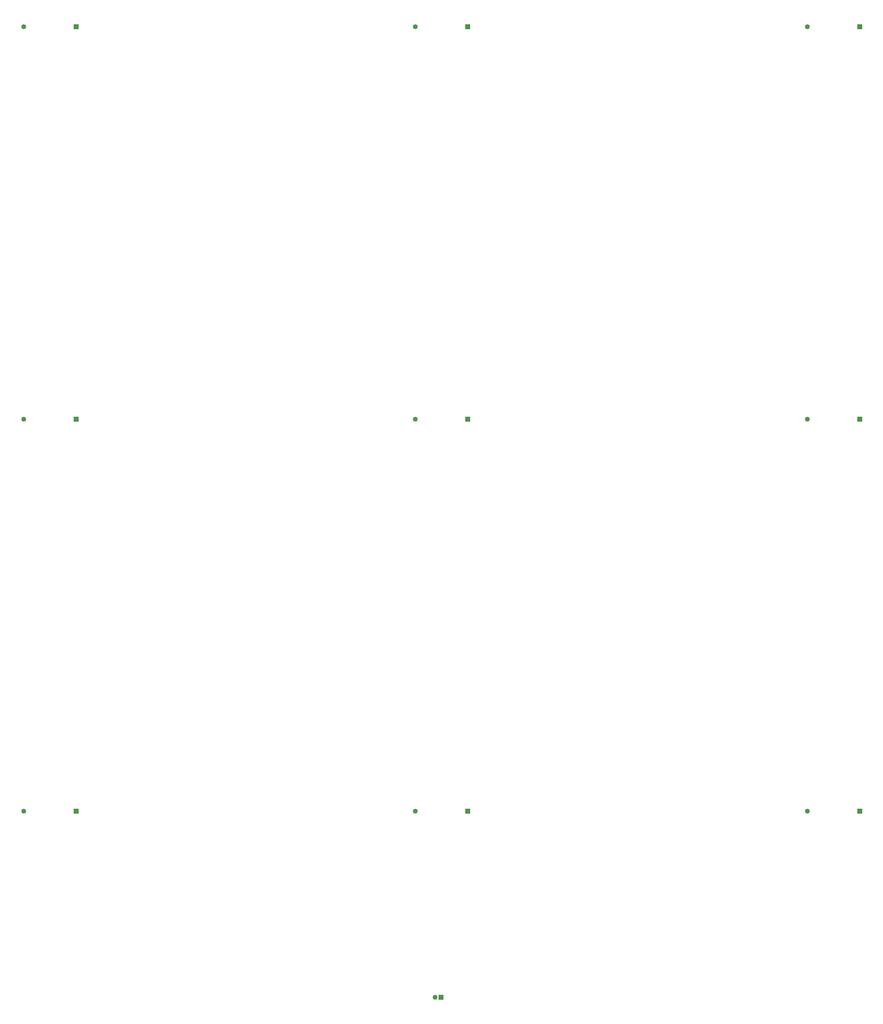
<source format=gbr>
%TF.GenerationSoftware,KiCad,Pcbnew,9.0.4*%
%TF.CreationDate,2025-09-15T19:22:17-07:00*%
%TF.ProjectId,solarboard,736f6c61-7262-46f6-9172-642e6b696361,rev?*%
%TF.SameCoordinates,Original*%
%TF.FileFunction,Soldermask,Bot*%
%TF.FilePolarity,Negative*%
%FSLAX46Y46*%
G04 Gerber Fmt 4.6, Leading zero omitted, Abs format (unit mm)*
G04 Created by KiCad (PCBNEW 9.0.4) date 2025-09-15 19:22:17*
%MOMM*%
%LPD*%
G01*
G04 APERTURE LIST*
%ADD10C,0.850000*%
%ADD11R,0.850000X0.850000*%
G04 APERTURE END LIST*
D10*
%TO.C,U4*%
X102600000Y-9900000D03*
D11*
X111600000Y-9900000D03*
%TD*%
D10*
%TO.C,U1*%
X35500000Y-9900000D03*
D11*
X44500000Y-9900000D03*
%TD*%
D10*
%TO.C,U8*%
X169700000Y-77000000D03*
D11*
X178700000Y-77000000D03*
%TD*%
D10*
%TO.C,U9*%
X169700000Y-144100000D03*
D11*
X178700000Y-144100000D03*
%TD*%
D10*
%TO.C,U2*%
X35500000Y-77000000D03*
D11*
X44500000Y-77000000D03*
%TD*%
%TO.C,J1*%
X107000000Y-175900000D03*
D10*
X106000000Y-175900000D03*
%TD*%
%TO.C,U7*%
X169700000Y-9900000D03*
D11*
X178700000Y-9900000D03*
%TD*%
D10*
%TO.C,U5*%
X102600000Y-77000000D03*
D11*
X111600000Y-77000000D03*
%TD*%
D10*
%TO.C,U3*%
X35500000Y-144100000D03*
D11*
X44500000Y-144100000D03*
%TD*%
D10*
%TO.C,U6*%
X102600000Y-144100000D03*
D11*
X111600000Y-144100000D03*
%TD*%
M02*

</source>
